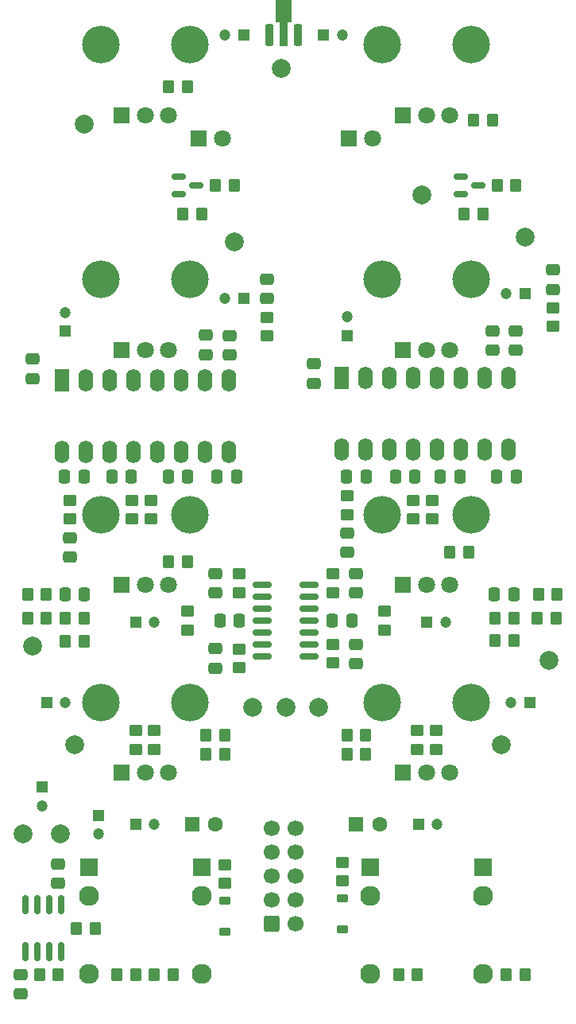
<source format=gbs>
G04 #@! TF.GenerationSoftware,KiCad,Pcbnew,8.0.5*
G04 #@! TF.CreationDate,2024-11-24T11:27:35+01:00*
G04 #@! TF.ProjectId,ricochet,7269636f-6368-4657-942e-6b696361645f,rev?*
G04 #@! TF.SameCoordinates,Original*
G04 #@! TF.FileFunction,Soldermask,Bot*
G04 #@! TF.FilePolarity,Negative*
%FSLAX46Y46*%
G04 Gerber Fmt 4.6, Leading zero omitted, Abs format (unit mm)*
G04 Created by KiCad (PCBNEW 8.0.5) date 2024-11-24 11:27:35*
%MOMM*%
%LPD*%
G01*
G04 APERTURE LIST*
G04 Aperture macros list*
%AMRoundRect*
0 Rectangle with rounded corners*
0 $1 Rounding radius*
0 $2 $3 $4 $5 $6 $7 $8 $9 X,Y pos of 4 corners*
0 Add a 4 corners polygon primitive as box body*
4,1,4,$2,$3,$4,$5,$6,$7,$8,$9,$2,$3,0*
0 Add four circle primitives for the rounded corners*
1,1,$1+$1,$2,$3*
1,1,$1+$1,$4,$5*
1,1,$1+$1,$6,$7*
1,1,$1+$1,$8,$9*
0 Add four rect primitives between the rounded corners*
20,1,$1+$1,$2,$3,$4,$5,0*
20,1,$1+$1,$4,$5,$6,$7,0*
20,1,$1+$1,$6,$7,$8,$9,0*
20,1,$1+$1,$8,$9,$2,$3,0*%
%AMFreePoly0*
4,1,9,5.362500,-0.866500,1.237500,-0.866500,1.237500,-0.450000,-1.237500,-0.450000,-1.237500,0.450000,1.237500,0.450000,1.237500,0.866500,5.362500,0.866500,5.362500,-0.866500,5.362500,-0.866500,$1*%
G04 Aperture macros list end*
%ADD10O,4.000000X4.000000*%
%ADD11R,1.800000X1.800000*%
%ADD12C,1.800000*%
%ADD13R,1.930000X1.830000*%
%ADD14C,2.130000*%
%ADD15RoundRect,0.250000X-0.350000X-0.450000X0.350000X-0.450000X0.350000X0.450000X-0.350000X0.450000X0*%
%ADD16RoundRect,0.250000X-0.337500X-0.475000X0.337500X-0.475000X0.337500X0.475000X-0.337500X0.475000X0*%
%ADD17RoundRect,0.250000X0.450000X-0.350000X0.450000X0.350000X-0.450000X0.350000X-0.450000X-0.350000X0*%
%ADD18RoundRect,0.250000X0.350000X0.450000X-0.350000X0.450000X-0.350000X-0.450000X0.350000X-0.450000X0*%
%ADD19R,1.200000X1.200000*%
%ADD20C,1.200000*%
%ADD21RoundRect,0.250000X0.475000X-0.337500X0.475000X0.337500X-0.475000X0.337500X-0.475000X-0.337500X0*%
%ADD22RoundRect,0.250000X-0.450000X0.350000X-0.450000X-0.350000X0.450000X-0.350000X0.450000X0.350000X0*%
%ADD23RoundRect,0.225000X0.225000X-0.925000X0.225000X0.925000X-0.225000X0.925000X-0.225000X-0.925000X0*%
%ADD24FreePoly0,90.000000*%
%ADD25R,1.600000X1.600000*%
%ADD26C,1.600000*%
%ADD27C,2.000000*%
%ADD28RoundRect,0.225000X-0.375000X0.225000X-0.375000X-0.225000X0.375000X-0.225000X0.375000X0.225000X0*%
%ADD29RoundRect,0.250000X-0.475000X0.337500X-0.475000X-0.337500X0.475000X-0.337500X0.475000X0.337500X0*%
%ADD30RoundRect,0.250000X0.337500X0.475000X-0.337500X0.475000X-0.337500X-0.475000X0.337500X-0.475000X0*%
%ADD31RoundRect,0.150000X-0.587500X-0.150000X0.587500X-0.150000X0.587500X0.150000X-0.587500X0.150000X0*%
%ADD32R,1.600000X2.400000*%
%ADD33O,1.600000X2.400000*%
%ADD34RoundRect,0.150000X0.150000X-0.825000X0.150000X0.825000X-0.150000X0.825000X-0.150000X-0.825000X0*%
%ADD35RoundRect,0.225000X0.375000X-0.225000X0.375000X0.225000X-0.375000X0.225000X-0.375000X-0.225000X0*%
%ADD36RoundRect,0.250000X-0.600000X-0.600000X0.600000X-0.600000X0.600000X0.600000X-0.600000X0.600000X0*%
%ADD37C,1.700000*%
%ADD38RoundRect,0.150000X0.825000X0.150000X-0.825000X0.150000X-0.825000X-0.150000X0.825000X-0.150000X0*%
G04 APERTURE END LIST*
D10*
X60250000Y-57000000D03*
X69750000Y-57000000D03*
D11*
X62500000Y-64500000D03*
D12*
X65000000Y-64500000D03*
X67500000Y-64500000D03*
D10*
X90250000Y-107000000D03*
X99750000Y-107000000D03*
D11*
X92500000Y-114500000D03*
D12*
X95000000Y-114500000D03*
X97500000Y-114500000D03*
D11*
X86690000Y-67000000D03*
D12*
X89230000Y-67000000D03*
D13*
X71000000Y-144520000D03*
D14*
X71000000Y-155920000D03*
X71000000Y-147620000D03*
D10*
X90250000Y-57000000D03*
X99750000Y-57000000D03*
D11*
X92500000Y-64500000D03*
D12*
X95000000Y-64500000D03*
X97500000Y-64500000D03*
D11*
X70690000Y-67000000D03*
D12*
X73230000Y-67000000D03*
D13*
X89000000Y-144520000D03*
D14*
X89000000Y-155920000D03*
X89000000Y-147620000D03*
D10*
X60250000Y-107000000D03*
X69750000Y-107000000D03*
D11*
X62500000Y-114500000D03*
D12*
X65000000Y-114500000D03*
X67500000Y-114500000D03*
D13*
X101000000Y-144520000D03*
D14*
X101000000Y-155920000D03*
X101000000Y-147620000D03*
D10*
X90250000Y-82000000D03*
X99750000Y-82000000D03*
D11*
X92500000Y-89500000D03*
D12*
X95000000Y-89500000D03*
X97500000Y-89500000D03*
D10*
X60250000Y-82000000D03*
X69750000Y-82000000D03*
D11*
X62500000Y-89500000D03*
D12*
X65000000Y-89500000D03*
X67500000Y-89500000D03*
D13*
X59000000Y-144520000D03*
D14*
X59000000Y-155920000D03*
X59000000Y-147620000D03*
D10*
X60250000Y-127000000D03*
X69750000Y-127000000D03*
D11*
X62500000Y-134500000D03*
D12*
X65000000Y-134500000D03*
X67500000Y-134500000D03*
D10*
X90250000Y-127000000D03*
X99750000Y-127000000D03*
D11*
X92500000Y-134500000D03*
D12*
X95000000Y-134500000D03*
X97500000Y-134500000D03*
D15*
X57700000Y-151100000D03*
X59700000Y-151100000D03*
D16*
X91662500Y-103000000D03*
X93737500Y-103000000D03*
D17*
X73500000Y-146250000D03*
X73500000Y-144250000D03*
D18*
X58470000Y-118000000D03*
X56470000Y-118000000D03*
D19*
X95000000Y-118500000D03*
D20*
X97000000Y-118500000D03*
D17*
X108500000Y-87000000D03*
X108500000Y-85000000D03*
D15*
X52470000Y-115500000D03*
X54470000Y-115500000D03*
D21*
X51750000Y-158037500D03*
X51750000Y-155962500D03*
D17*
X85000000Y-115310000D03*
X85000000Y-113310000D03*
D16*
X86462500Y-103000000D03*
X88537500Y-103000000D03*
D22*
X93600000Y-105500000D03*
X93600000Y-107500000D03*
D16*
X72962500Y-118310000D03*
X75037500Y-118310000D03*
D19*
X64000000Y-118500000D03*
D20*
X66000000Y-118500000D03*
D21*
X83000000Y-93037500D03*
X83000000Y-90962500D03*
D16*
X61462500Y-103000000D03*
X63537500Y-103000000D03*
D15*
X66000000Y-156000000D03*
X68000000Y-156000000D03*
D23*
X81250000Y-55950000D03*
D24*
X79750000Y-55862500D03*
D23*
X78250000Y-55950000D03*
D15*
X102300000Y-120400000D03*
X104300000Y-120400000D03*
X67500000Y-112000000D03*
X69500000Y-112000000D03*
X103500000Y-156000000D03*
X105500000Y-156000000D03*
D16*
X84962500Y-118310000D03*
X87037500Y-118310000D03*
D19*
X105500000Y-83500000D03*
D20*
X103500000Y-83500000D03*
D18*
X108900000Y-115500000D03*
X106900000Y-115500000D03*
D25*
X87500000Y-140000000D03*
D26*
X90000000Y-140000000D03*
D22*
X63600000Y-105500000D03*
X63600000Y-107500000D03*
D27*
X58500000Y-65500000D03*
X94500000Y-73000000D03*
X52000000Y-141000000D03*
D21*
X104500000Y-89537500D03*
X104500000Y-87462500D03*
D17*
X86000000Y-146000000D03*
X86000000Y-144000000D03*
D27*
X105500000Y-77500000D03*
D21*
X74000000Y-90037500D03*
X74000000Y-87962500D03*
D25*
X70000000Y-140000000D03*
D26*
X72500000Y-140000000D03*
D28*
X86000000Y-147850000D03*
X86000000Y-151150000D03*
D29*
X87500000Y-120810000D03*
X87500000Y-122885000D03*
D21*
X108500000Y-83037500D03*
X108500000Y-80962500D03*
D22*
X96000000Y-130000000D03*
X96000000Y-132000000D03*
D19*
X54000000Y-136027401D03*
D20*
X54000000Y-138027401D03*
D27*
X108000000Y-122500000D03*
D19*
X75500000Y-84000000D03*
D20*
X73500000Y-84000000D03*
D21*
X72500000Y-115347500D03*
X72500000Y-113272500D03*
X102000000Y-89537500D03*
X102000000Y-87462500D03*
D18*
X71000000Y-75000000D03*
X69000000Y-75000000D03*
D22*
X57000000Y-105500000D03*
X57000000Y-107500000D03*
D30*
X98537500Y-103000000D03*
X96462500Y-103000000D03*
D22*
X75000000Y-121310000D03*
X75000000Y-123310000D03*
D16*
X56462500Y-115500000D03*
X58537500Y-115500000D03*
D21*
X71500000Y-90000000D03*
X71500000Y-87925000D03*
D27*
X57500000Y-131500000D03*
D19*
X75500000Y-56000000D03*
D20*
X73500000Y-56000000D03*
D18*
X88500000Y-132500000D03*
X86500000Y-132500000D03*
D31*
X98625000Y-72950000D03*
X98625000Y-71050000D03*
X100500000Y-72000000D03*
D29*
X86500000Y-108962500D03*
X86500000Y-111037500D03*
D15*
X102300000Y-118000000D03*
X104300000Y-118000000D03*
D27*
X74500000Y-78000000D03*
X79500000Y-59500000D03*
D15*
X102500000Y-72000000D03*
X104500000Y-72000000D03*
D30*
X69537500Y-103000000D03*
X67462500Y-103000000D03*
D19*
X60000000Y-139000000D03*
D20*
X60000000Y-141000000D03*
D32*
X85960000Y-92500000D03*
D33*
X88500000Y-92500000D03*
X91040000Y-92500000D03*
X93580000Y-92500000D03*
X96120000Y-92500000D03*
X98660000Y-92500000D03*
X101200000Y-92500000D03*
X103740000Y-92500000D03*
X103740000Y-100120000D03*
X101200000Y-100120000D03*
X98660000Y-100120000D03*
X96120000Y-100120000D03*
X93580000Y-100120000D03*
X91040000Y-100120000D03*
X88500000Y-100120000D03*
X85960000Y-100120000D03*
D15*
X92000000Y-156000000D03*
X94000000Y-156000000D03*
D18*
X101000000Y-75000000D03*
X99000000Y-75000000D03*
D21*
X87500000Y-115347500D03*
X87500000Y-113272500D03*
D15*
X72500000Y-72000000D03*
X74500000Y-72000000D03*
D34*
X56040000Y-153500000D03*
X54770000Y-153500000D03*
X53500000Y-153500000D03*
X52230000Y-153500000D03*
X52230000Y-148550000D03*
X53500000Y-148550000D03*
X54770000Y-148550000D03*
X56040000Y-148550000D03*
D22*
X86500000Y-105000000D03*
X86500000Y-107000000D03*
D19*
X86500000Y-87972600D03*
D20*
X86500000Y-85972600D03*
D15*
X71500000Y-132500000D03*
X73500000Y-132500000D03*
D35*
X73500000Y-151400000D03*
X73500000Y-148100000D03*
D22*
X65600000Y-105500000D03*
X65600000Y-107500000D03*
D27*
X56000000Y-141000000D03*
D19*
X84027401Y-56000000D03*
D20*
X86027401Y-56000000D03*
D18*
X69500000Y-61500000D03*
X67500000Y-61500000D03*
D19*
X54500000Y-127000000D03*
D20*
X56500000Y-127000000D03*
D19*
X64000000Y-140000000D03*
D20*
X66000000Y-140000000D03*
D18*
X64000000Y-156000000D03*
X62000000Y-156000000D03*
D22*
X95600000Y-105500000D03*
X95600000Y-107500000D03*
D27*
X103000000Y-131500000D03*
D16*
X56425000Y-103000000D03*
X58500000Y-103000000D03*
D36*
X78460000Y-150540000D03*
D37*
X81000000Y-150540000D03*
X78460000Y-148000000D03*
X81000000Y-148000000D03*
X78460000Y-145460000D03*
X81000000Y-145460000D03*
X78460000Y-142920000D03*
X81000000Y-142920000D03*
X78460000Y-140380000D03*
X81000000Y-140380000D03*
D17*
X78000000Y-88000000D03*
X78000000Y-86000000D03*
D38*
X82450000Y-114500000D03*
X82450000Y-115770000D03*
X82450000Y-117040000D03*
X82450000Y-118310000D03*
X82450000Y-119580000D03*
X82450000Y-120850000D03*
X82450000Y-122120000D03*
X77500000Y-122120000D03*
X77500000Y-120850000D03*
X77500000Y-119580000D03*
X77500000Y-118310000D03*
X77500000Y-117040000D03*
X77500000Y-115770000D03*
X77500000Y-114500000D03*
D18*
X88500000Y-130500000D03*
X86500000Y-130500000D03*
D15*
X53750000Y-156000000D03*
X55750000Y-156000000D03*
D18*
X58470000Y-120500000D03*
X56470000Y-120500000D03*
D21*
X78000000Y-84037500D03*
X78000000Y-81962500D03*
D22*
X90500000Y-117310000D03*
X90500000Y-119310000D03*
D19*
X56500000Y-87500000D03*
D20*
X56500000Y-85500000D03*
D29*
X57000000Y-109462500D03*
X57000000Y-111537500D03*
D27*
X83500000Y-127500000D03*
D19*
X94127401Y-140000000D03*
D20*
X96127401Y-140000000D03*
D29*
X72500000Y-121272500D03*
X72500000Y-123347500D03*
D27*
X76500000Y-127500000D03*
D22*
X94000000Y-130000000D03*
X94000000Y-132000000D03*
D27*
X52970000Y-121000000D03*
D22*
X64000000Y-130000000D03*
X64000000Y-132000000D03*
D21*
X55700000Y-146237500D03*
X55700000Y-144162500D03*
D17*
X75000000Y-115310000D03*
X75000000Y-113310000D03*
D19*
X105972600Y-127000000D03*
D20*
X103972600Y-127000000D03*
D30*
X104307500Y-115500000D03*
X102232500Y-115500000D03*
D16*
X102462500Y-103000000D03*
X104537500Y-103000000D03*
D32*
X56100000Y-92700000D03*
D33*
X58640000Y-92700000D03*
X61180000Y-92700000D03*
X63720000Y-92700000D03*
X66260000Y-92700000D03*
X68800000Y-92700000D03*
X71340000Y-92700000D03*
X73880000Y-92700000D03*
X73880000Y-100320000D03*
X71340000Y-100320000D03*
X68800000Y-100320000D03*
X66260000Y-100320000D03*
X63720000Y-100320000D03*
X61180000Y-100320000D03*
X58640000Y-100320000D03*
X56100000Y-100320000D03*
D29*
X53000000Y-90462500D03*
X53000000Y-92537500D03*
D18*
X108800000Y-118000000D03*
X106800000Y-118000000D03*
X102000000Y-65000000D03*
X100000000Y-65000000D03*
D17*
X69500000Y-119310000D03*
X69500000Y-117310000D03*
D31*
X68562500Y-72950000D03*
X68562500Y-71050000D03*
X70437500Y-72000000D03*
D22*
X85000000Y-120810000D03*
X85000000Y-122810000D03*
X66000000Y-130000000D03*
X66000000Y-132000000D03*
D15*
X97500000Y-111000000D03*
X99500000Y-111000000D03*
D27*
X80000000Y-127500000D03*
D15*
X52470000Y-118000000D03*
X54470000Y-118000000D03*
X71500000Y-130500000D03*
X73500000Y-130500000D03*
D16*
X72662500Y-103000000D03*
X74737500Y-103000000D03*
M02*

</source>
